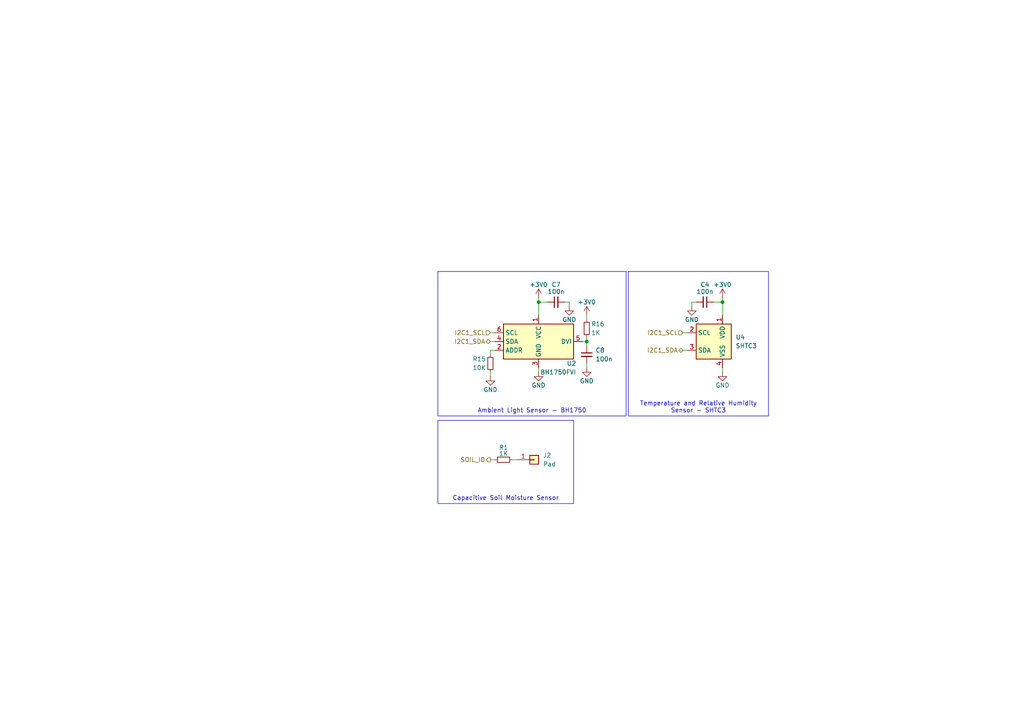
<source format=kicad_sch>
(kicad_sch (version 20231120) (generator "eeschema") (generator_version "8.0")
  (paper "A4")
  (title_block (title "PlanTher") (date "2024-12-22") (rev "A") (company "Getbit Systems") (comment 4 "Designer: Mauricio Barroso Benavides"))
  (lib_symbols
    (symbol "Connector_Generic:Conn_01x01" (pin_names (offset 1.016) hide)
      (property "Reference" "J" (at 0 2.54 0))
      (property "Value" "Conn_01x01" (at 0 -2.54 0))
      (symbol "Conn_01x01_1_1"
        (rectangle (start -1.27 0.127) (end 0 -0.127) (stroke (width 0.1524)))
        (rectangle (start -1.27 1.27) (end 1.27 -1.27) (stroke (width 0.254)) (fill (type background)))
        (pin passive line (at -5.08 0 0) (length 3.81) (name "Pin_1") (number "1"))
      )
    )
    (symbol "Device:C_Small" (pin_numbers hide) (pin_names (offset 0.254) hide)
      (property "Reference" "C" (at 0.254 1.778 0))
      (property "Value" "C_Small" (at 0.254 -2.032 0))
      (symbol "C_Small_0_1"
        (polyline (pts (xy -1.524 -0.508) (xy 1.524 -0.508)) (stroke (width 0.3302)))
        (polyline (pts (xy -1.524 0.508) (xy 1.524 0.508)) (stroke (width 0.3048)))
      )
      (symbol "C_Small_1_1"
        (pin passive line (at 0 2.54 270) (length 2.032) (name "~") (number "1"))
        (pin passive line (at 0 -2.54 90) (length 2.032) (name "~") (number "2"))
      )
    )
    (symbol "Device:R_Small" (pin_numbers hide) (pin_names (offset 0.254) hide)
      (property "Reference" "R" (at 0.762 0.508 0))
      (property "Value" "R_Small" (at 0.762 -1.016 0))
      (symbol "R_Small_0_1"
        (rectangle (start -0.762 1.778) (end 0.762 -1.778) (stroke (width 0.2032)))
      )
      (symbol "R_Small_1_1"
        (pin passive line (at 0 2.54 270) (length 0.762) (name "~") (number "1"))
        (pin passive line (at 0 -2.54 90) (length 0.762) (name "~") (number "2"))
      )
    )
    (symbol "GetbitSystems:BH1750FVI"
      (property "Reference" "U" (at -10.16 10.16 0))
      (property "Value" "BH1750FVI" (at 7.62 -5.08 0))
      (symbol "BH1750FVI_0_1"
        (rectangle (start -10.16 7.62) (end 10.16 -2.54) (stroke (width 0.254)) (fill (type background)))
      )
      (symbol "BH1750FVI_1_1"
        (pin power_in line (at 0 10.16 270) (length 2.54) (name "VCC") (number "1"))
        (pin input line (at -12.7 0 0) (length 2.54) (name "ADDR") (number "2"))
        (pin power_in line (at 0 -5.08 90) (length 2.54) (name "GND") (number "3"))
        (pin bidirectional line (at -12.7 2.54 0) (length 2.54) (name "SDA") (number "4"))
        (pin input line (at 12.7 2.54 180) (length 2.54) (name "DVI") (number "5"))
        (pin input line (at -12.7 5.08 0) (length 2.54) (name "SCL") (number "6"))
      )
    )
    (symbol "Sensor_Humidity:SHTC3"
      (property "Reference" "U" (at -3.81 6.35 0))
      (property "Value" "SHTC3" (at -2.54 -6.35 0))
      (symbol "SHTC3_1_1"
        (rectangle (start -5.08 5.08) (end 5.08 -5.08) (stroke (width 0.254)) (fill (type background)))
        (pin power_in line (at 2.54 7.62 270) (length 2.54) (name "VDD") (number "1"))
        (pin input line (at -7.62 2.54 0) (length 2.54) (name "SCL") (number "2"))
        (pin bidirectional line (at -7.62 -2.54 0) (length 2.54) (name "SDA") (number "3"))
        (pin power_in line (at 2.54 -7.62 90) (length 2.54) (name "VSS") (number "4"))
        (pin no_connect line (at 5.08 0 180) (length 2.54) hide (name "NC") (number "5"))
      )
    )
    (symbol "power:+3V0" (power) (pin_numbers hide) (pin_names (offset 0) hide)
      (property "Value" "+3V0" (at 0 3.556 0))
      (symbol "+3V0_0_1"
        (polyline (pts (xy -0.762 1.27) (xy 0 2.54)))
        (polyline (pts (xy 0 0) (xy 0 2.54)))
        (polyline (pts (xy 0 2.54) (xy 0.762 1.27)))
      )
      (symbol "+3V0_1_1"
        (pin power_in line (at 0 0 90) (length 0) (name "~") (number "1"))
      )
    )
    (symbol "power:GND" (power) (pin_numbers hide) (pin_names (offset 0) hide)
      (property "Value" "GND" (at 0 -3.81 0))
      (symbol "GND_0_1"
        (polyline (pts (xy 0 0) (xy 0 -1.27) (xy 1.27 -1.27) (xy 0 -2.54) (xy -1.27 -1.27) (xy 0 -1.27)))
      )
      (symbol "GND_1_1"
        (pin power_in line (at 0 0 270) (length 0) (name "~") (number "1"))
      )
    )
  )
  (junction (at 209.55 87.63))
  (junction (at 170.18 99.06))
  (junction (at 156.21 87.63))
  (wire (pts (xy 149.86 133.35) (xy 148.59 133.35)))
  (wire (pts (xy 209.55 86.36) (xy 209.55 87.63)))
  (wire (pts (xy 170.18 99.06) (xy 170.18 97.79)))
  (wire (pts (xy 156.21 87.63) (xy 156.21 91.44)))
  (wire (pts (xy 156.21 106.68) (xy 156.21 107.95)))
  (wire (pts (xy 143.51 101.6) (xy 142.24 101.6)))
  (wire (pts (xy 142.24 101.6) (xy 142.24 102.87)))
  (wire (pts (xy 142.24 96.52) (xy 143.51 96.52)))
  (wire (pts (xy 200.66 87.63) (xy 201.93 87.63)))
  (wire (pts (xy 209.55 106.68) (xy 209.55 107.95)))
  (wire (pts (xy 170.18 99.06) (xy 170.18 100.33)))
  (wire (pts (xy 168.91 99.06) (xy 170.18 99.06)))
  (wire (pts (xy 142.24 107.95) (xy 142.24 109.22)))
  (wire (pts (xy 200.66 88.9) (xy 200.66 87.63)))
  (wire (pts (xy 209.55 87.63) (xy 207.01 87.63)))
  (wire (pts (xy 142.24 99.06) (xy 143.51 99.06)))
  (wire (pts (xy 143.51 133.35) (xy 142.24 133.35)))
  (wire (pts (xy 165.1 87.63) (xy 163.83 87.63)))
  (wire (pts (xy 156.21 86.36) (xy 156.21 87.63)))
  (wire (pts (xy 156.21 87.63) (xy 158.75 87.63)))
  (wire (pts (xy 165.1 88.9) (xy 165.1 87.63)))
  (wire (pts (xy 170.18 91.44) (xy 170.18 92.71)))
  (wire (pts (xy 170.18 105.41) (xy 170.18 106.68)))
  (wire (pts (xy 209.55 87.63) (xy 209.55 91.44)))
  (wire (pts (xy 198.12 96.52) (xy 199.39 96.52)))
  (wire (pts (xy 198.12 101.6) (xy 199.39 101.6)))
  (text_box "Ambient Light Sensor - BH1750" (at 127 78.74 0) (size 54.61 41.91) (effects (font (size 1.27 1.27)) (justify bottom)))
  (text_box "Temperature and Relative Humidity Sensor - SHTC3" (at 182.245 78.74 0) (size 40.64 41.91) (effects (font (size 1.27 1.27)) (justify bottom)))
  (text_box "Capacitive Soil Moisture Sensor" (at 127 121.92 0) (size 39.37 24.13) (effects (font (size 1.27 1.27)) (justify bottom)))
  (hierarchical_label "I2C1_SDA" (shape bidirectional) (at 198.12 101.6 180))
  (hierarchical_label "I2C1_SCL" (shape input) (at 198.12 96.52 180))
  (hierarchical_label "SOIL_IO" (shape output) (at 142.24 133.35 180))
  (hierarchical_label "I2C1_SCL" (shape input) (at 142.24 96.52 180))
  (hierarchical_label "I2C1_SDA" (shape bidirectional) (at 142.24 99.06 180))
  (symbol (lib_id "Device:C_Small") (at 204.47 87.63 270) (mirror x) (unit 1)
    (property "Reference" "C4" (at 204.47 82.55 90))
    (property "Value" "100n" (at 204.47 84.582 90))
    (property "Footprint" "Capacitor_SMD:C_0603_1608Metric" (effects (hide yes)))
    (property "Datasheet" "https://www.lcsc.com/datasheet/lcsc_datasheet_2211101700_YAGEO-CC0603KRX7R9BB104_C14663.pdf" (effects (hide yes)))
    (property "Description" "Unpolarized capacitor, small symbol" (effects (hide yes)))
    (property "LCSC" "C14663" (effects (hide yes)))
    (property "Basic part" "y" (effects (hide yes)))
  )
  (symbol (lib_id "Connector_Generic:Conn_01x01") (at 154.94 133.35 0) (unit 1)
    (property "Reference" "J2" (at 157.48 132.0799 0) (effects (justify left)))
    (property "Value" "Pad" (at 157.48 134.6199 0) (effects (justify left)))
    (property "Footprint" "GetbitSystems:SoilMoisture_Pad" (effects (hide yes)))
    (property "Description" "Generic connector, single row, 01x01, script generated (kicad-library-utils/schlib/autogen/connector/)" (effects (hide yes)))
  )
  (symbol (lib_id "power:GND") (at 142.24 109.22 0) (unit 1)
    (property "Reference" "#PWR03" (effects (hide yes)))
    (property "Value" "GND" (at 142.24 113.03 0))
    (property "Description" "Power symbol creates a global label with name \"GND\" , ground" (effects (hide yes)))
  )
  (symbol (lib_id "power:GND") (at 170.18 106.68 0) (unit 1)
    (property "Reference" "#PWR023" (effects (hide yes)))
    (property "Value" "GND" (at 170.18 110.49 0))
    (property "Description" "Power symbol creates a global label with name \"GND\" , ground" (effects (hide yes)))
  )
  (symbol (lib_id "power:+3V0") (at 170.18 91.44 0) (unit 1)
    (property "Reference" "#PWR022" (effects (hide yes)))
    (property "Value" "+3V0" (at 170.18 87.63 0))
    (property "Description" "Power symbol creates a global label with name \"+3V0\"" (effects (hide yes)))
  )
  (symbol (lib_id "Device:C_Small") (at 161.29 87.63 90) (unit 1)
    (property "Reference" "C7" (at 161.29 82.55 90))
    (property "Value" "100n" (at 161.29 84.582 90))
    (property "Footprint" "Capacitor_SMD:C_0603_1608Metric" (effects (hide yes)))
    (property "Datasheet" "https://www.lcsc.com/datasheet/lcsc_datasheet_2211101700_YAGEO-CC0603KRX7R9BB104_C14663.pdf" (effects (hide yes)))
    (property "Description" "Unpolarized capacitor, small symbol" (effects (hide yes)))
    (property "LCSC" "C14663" (effects (hide yes)))
    (property "Basic part" "y" (effects (hide yes)))
  )
  (symbol (lib_id "power:GND") (at 209.55 107.95 0) (unit 1)
    (property "Reference" "#PWR011" (effects (hide yes)))
    (property "Value" "GND" (at 209.55 111.76 0))
    (property "Description" "Power symbol creates a global label with name \"GND\" , ground" (effects (hide yes)))
  )
  (symbol (lib_id "Device:R_Small") (at 146.05 133.35 90) (mirror x) (unit 1)
    (property "Reference" "R1" (at 146.05 129.794 90))
    (property "Value" "1K" (at 146.05 131.572 90))
    (property "Footprint" "Resistor_SMD:R_0603_1608Metric" (effects (hide yes)))
    (property "Datasheet" "https://www.lcsc.com/datasheet/lcsc_datasheet_2206010130_UNI-ROYAL-Uniroyal-Elec-0603WAF1001T5E_C21190.pdf" (effects (hide yes)))
    (property "Description" "Resistor, small symbol" (effects (hide yes)))
    (property "LCSC" "C21190" (effects (hide yes)))
  )
  (symbol (lib_id "Sensor_Humidity:SHTC3") (at 207.01 99.06 0) (unit 1)
    (property "Reference" "U4" (at 213.36 97.7899 0) (effects (justify left)))
    (property "Value" "SHTC3" (at 213.36 100.3299 0) (effects (justify left)))
    (property "Footprint" "Sensor_Humidity:Sensirion_DFN-4-1EP_2x2mm_P1mm_EP0.7x1.6mm" (effects (hide yes)))
    (property "Datasheet" "https://www.sensirion.com/fileadmin/user_upload/customers/sensirion/Dokumente/0_Datasheets/Humidity/Sensirion_Humidity_Sensors_SHTC3_Datasheet.pdf" (effects (hide yes)))
    (property "Description" "Humidity and Temperature Sensor, ±2%RH, ±0.2°C, I2C, 1.62-3.6V, DFN-4" (effects (hide yes)))
    (property "LCSC" "C2880044" (effects (hide yes)))
  )
  (symbol (lib_id "power:GND") (at 200.66 88.9 0) (mirror y) (unit 1)
    (property "Reference" "#PWR025" (effects (hide yes)))
    (property "Value" "GND" (at 200.66 92.71 0))
    (property "Description" "Power symbol creates a global label with name \"GND\" , ground" (effects (hide yes)))
  )
  (symbol (lib_id "Device:C_Small") (at 170.18 102.87 0) (unit 1)
    (property "Reference" "C8" (at 172.72 101.6062 0) (effects (justify left)))
    (property "Value" "100n" (at 172.72 104.1462 0) (effects (justify left)))
    (property "Footprint" "Capacitor_SMD:C_0603_1608Metric" (effects (hide yes)))
    (property "Datasheet" "https://www.lcsc.com/datasheet/lcsc_datasheet_2211101700_YAGEO-CC0603KRX7R9BB104_C14663.pdf" (effects (hide yes)))
    (property "Description" "Unpolarized capacitor, small symbol" (effects (hide yes)))
    (property "LCSC" "C14663" (effects (hide yes)))
    (property "Basic part" "y" (effects (hide yes)))
  )
  (symbol (lib_id "Device:R_Small") (at 142.24 105.41 0) (unit 1)
    (property "Reference" "R15" (at 140.97 104.14 0) (effects (justify right)))
    (property "Value" "10K" (at 140.97 106.68 0) (effects (justify right)))
    (property "Footprint" "Resistor_SMD:R_0603_1608Metric" (effects (hide yes)))
    (property "Datasheet" "https://www.lcsc.com/datasheet/lcsc_datasheet_2206010045_UNI-ROYAL-Uniroyal-Elec-0603WAF1002T5E_C25804.pdf" (effects (hide yes)))
    (property "Description" "Resistor, small symbol" (effects (hide yes)))
    (property "LCSC" "C25804" (effects (hide yes)))
  )
  (symbol (lib_id "power:GND") (at 165.1 88.9 0) (unit 1)
    (property "Reference" "#PWR021" (effects (hide yes)))
    (property "Value" "GND" (at 165.1 92.71 0))
    (property "Description" "Power symbol creates a global label with name \"GND\" , ground" (effects (hide yes)))
  )
  (symbol (lib_id "GetbitSystems:BH1750FVI") (at 156.21 101.6 0) (unit 1)
    (property "Reference" "U2" (at 167.132 105.41 0) (effects (justify right)))
    (property "Value" "BH1750FVI" (at 167.132 107.95 0) (effects (justify right)))
    (property "Footprint" "GetbitSystems:BH1750FVI" (effects (hide yes)))
    (property "Datasheet" "https://www.mouser.com/datasheet/2/348/bh1750fvi-e-186247.pdf" (effects (hide yes)))
    (property "Description" "Digital 16bit Serial Output Type Ambient Light Sensor IC" (effects (hide yes)))
    (property "LCSC" "C78960" (effects (hide yes)))
  )
  (symbol (lib_id "power:+3V0") (at 209.55 86.36 0) (mirror y) (unit 1)
    (property "Reference" "#PWR015" (effects (hide yes)))
    (property "Value" "+3V0" (at 209.55 82.55 0))
    (property "Description" "Power symbol creates a global label with name \"+3V0\"" (effects (hide yes)))
  )
  (symbol (lib_id "Device:R_Small") (at 170.18 95.25 0) (mirror y) (unit 1)
    (property "Reference" "R16" (at 171.45 93.98 0) (effects (justify right)))
    (property "Value" "1K" (at 171.45 96.52 0) (effects (justify right)))
    (property "Footprint" "Resistor_SMD:R_0603_1608Metric" (effects (hide yes)))
    (property "Datasheet" "https://www.lcsc.com/datasheet/lcsc_datasheet_2206010130_UNI-ROYAL-Uniroyal-Elec-0603WAF1001T5E_C21190.pdf" (effects (hide yes)))
    (property "Description" "Resistor, small symbol" (effects (hide yes)))
    (property "LCSC" "C21190" (effects (hide yes)))
  )
  (symbol (lib_id "power:GND") (at 156.21 107.95 0) (unit 1)
    (property "Reference" "#PWR020" (effects (hide yes)))
    (property "Value" "GND" (at 156.21 111.76 0))
    (property "Description" "Power symbol creates a global label with name \"GND\" , ground" (effects (hide yes)))
  )
  (symbol (lib_id "power:+3V0") (at 156.21 86.36 0) (unit 1)
    (property "Reference" "#PWR019" (effects (hide yes)))
    (property "Value" "+3V0" (at 156.21 82.55 0))
    (property "Description" "Power symbol creates a global label with name \"+3V0\"" (effects (hide yes)))
  )
)
</source>
